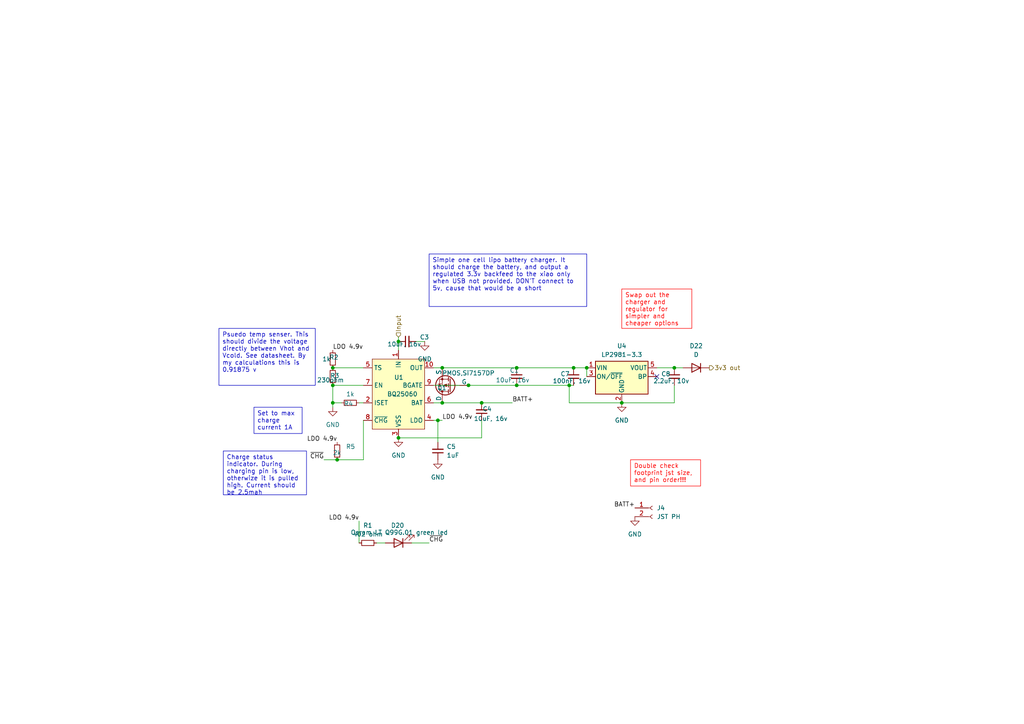
<source format=kicad_sch>
(kicad_sch (version 20231120) (generator "eeschema") (generator_version "8.0")
  (paper "A4")
  (lib_symbols
    (symbol "Connector:Conn_01x02_Socket" (pin_names (offset 1.016) hide)
      (property "Reference" "J" (at 0 2.54 0))
      (property "Value" "Conn_01x02_Socket" (at 0 -5.08 0))
      (symbol "Conn_01x02_Socket_1_1"
        (arc (start 0 -2.032) (mid -0.5058 -2.54) (end 0 -3.048) (stroke (width 0.1524)))
        (polyline (pts (xy -1.27 -2.54) (xy -0.508 -2.54)) (stroke (width 0.1524)))
        (polyline (pts (xy -1.27 0) (xy -0.508 0)) (stroke (width 0.1524)))
        (arc (start 0 0.508) (mid -0.5058 0) (end 0 -0.508) (stroke (width 0.1524)))
        (pin passive line (at -5.08 0 0) (length 3.81) (name "Pin_1") (number "1"))
        (pin passive line (at -5.08 -2.54 0) (length 3.81) (name "Pin_2") (number "2"))
      )
    )
    (symbol "Device:C_Small" (pin_numbers hide) (pin_names (offset 0.254) hide)
      (property "Reference" "C" (at 0.254 1.778 0))
      (property "Value" "C_Small" (at 0.254 -2.032 0))
      (symbol "C_Small_0_1"
        (polyline (pts (xy -1.524 -0.508) (xy 1.524 -0.508)) (stroke (width 0.3302)))
        (polyline (pts (xy -1.524 0.508) (xy 1.524 0.508)) (stroke (width 0.3048)))
      )
      (symbol "C_Small_1_1"
        (pin passive line (at 0 2.54 270) (length 2.032) (name "~") (number "1"))
        (pin passive line (at 0 -2.54 90) (length 2.032) (name "~") (number "2"))
      )
    )
    (symbol "Device:D" (pin_numbers hide) (pin_names (offset 1.016) hide)
      (property "Reference" "D" (at 0 2.54 0))
      (property "Value" "D" (at 0 -2.54 0))
      (symbol "D_0_1"
        (polyline (pts (xy -1.27 1.27) (xy -1.27 -1.27)) (stroke (width 0.254)))
        (polyline (pts (xy 1.27 0) (xy -1.27 0)))
        (polyline (pts (xy 1.27 1.27) (xy 1.27 -1.27) (xy -1.27 0) (xy 1.27 1.27)) (stroke (width 0.254)))
      )
      (symbol "D_1_1"
        (pin passive line (at -3.81 0 0) (length 2.54) (name "K") (number "1"))
        (pin passive line (at 3.81 0 180) (length 2.54) (name "A") (number "2"))
      )
    )
    (symbol "Device:LED" (pin_numbers hide) (pin_names (offset 1.016) hide)
      (property "Reference" "D" (at 0 2.54 0))
      (property "Value" "LED" (at 0 -2.54 0))
      (symbol "LED_0_1"
        (polyline (pts (xy -1.27 -1.27) (xy -1.27 1.27)) (stroke (width 0.254)))
        (polyline (pts (xy -1.27 0) (xy 1.27 0)))
        (polyline (pts (xy 1.27 -1.27) (xy 1.27 1.27) (xy -1.27 0) (xy 1.27 -1.27)) (stroke (width 0.254)))
        (polyline (pts (xy -3.048 -0.762) (xy -4.572 -2.286) (xy -3.81 -2.286) (xy -4.572 -2.286) (xy -4.572 -1.524)))
        (polyline (pts (xy -1.778 -0.762) (xy -3.302 -2.286) (xy -2.54 -2.286) (xy -3.302 -2.286) (xy -3.302 -1.524)))
      )
      (symbol "LED_1_1"
        (pin passive line (at -3.81 0 0) (length 2.54) (name "K") (number "1"))
        (pin passive line (at 3.81 0 180) (length 2.54) (name "A") (number "2"))
      )
    )
    (symbol "Device:R_Small" (pin_numbers hide) (pin_names (offset 0.254) hide)
      (property "Reference" "R" (at 0.762 0.508 0))
      (property "Value" "R_Small" (at 0.762 -1.016 0))
      (symbol "R_Small_0_1"
        (rectangle (start -0.762 1.778) (end 0.762 -1.778) (stroke (width 0.2032)))
      )
      (symbol "R_Small_1_1"
        (pin passive line (at 0 2.54 270) (length 0.762) (name "~") (number "1"))
        (pin passive line (at 0 -2.54 90) (length 0.762) (name "~") (number "2"))
      )
    )
    (symbol "Regulator_Linear:LP2985-3.3" (pin_names (offset 0.254))
      (property "Reference" "U" (at -6.35 5.715 0))
      (property "Value" "LP2985-3.3" (at 0 5.715 0))
      (symbol "LP2985-3.3_0_1"
        (rectangle (start -7.62 -5.08) (end 7.62 4.445) (stroke (width 0.254)) (fill (type background)))
      )
      (symbol "LP2985-3.3_1_1"
        (pin power_in line (at -10.16 2.54 0) (length 2.54) (name "VIN") (number "1"))
        (pin power_in line (at 0 -7.62 90) (length 2.54) (name "GND") (number "2"))
        (pin input line (at -10.16 0 0) (length 2.54) (name "ON/~{OFF}") (number "3"))
        (pin input line (at 10.16 0 180) (length 2.54) (name "BP") (number "4"))
        (pin power_out line (at 10.16 2.54 180) (length 2.54) (name "VOUT") (number "5"))
      )
    )
    (symbol "Simulation_SPICE:PMOS" (pin_numbers hide) (pin_names (offset 0))
      (property "Reference" "Q1" (at 1.27 0.762 0))
      (property "Value" "PMOS, TPH1R712MDL1Q" (at -4.318 -1.778 0))
      (symbol "PMOS_0_1"
        (polyline (pts (xy 0.254 0) (xy -2.54 0)))
        (polyline (pts (xy 0.254 1.905) (xy 0.254 -1.905)) (stroke (width 0.254)))
        (polyline (pts (xy 0.762 -1.27) (xy 0.762 -2.286)) (stroke (width 0.254)))
        (polyline (pts (xy 0.762 0.508) (xy 0.762 -0.508)) (stroke (width 0.254)))
        (polyline (pts (xy 0.762 2.286) (xy 0.762 1.27)) (stroke (width 0.254)))
        (polyline (pts (xy 2.54 2.54) (xy 2.54 1.778)))
        (polyline (pts (xy 2.54 -2.54) (xy 2.54 0) (xy 0.762 0)))
        (polyline (pts (xy 0.762 1.778) (xy 3.302 1.778) (xy 3.302 -1.778) (xy 0.762 -1.778)))
        (polyline (pts (xy 2.286 0) (xy 1.27 0.381) (xy 1.27 -0.381) (xy 2.286 0)) (fill (type outline)))
        (polyline (pts (xy 2.794 -0.508) (xy 2.921 -0.381) (xy 3.683 -0.381) (xy 3.81 -0.254)))
        (polyline (pts (xy 3.302 -0.381) (xy 2.921 0.254) (xy 3.683 0.254) (xy 3.302 -0.381)))
        (circle (center 1.651 0) (radius 2.794) (stroke (width 0.254)))
        (circle (center 2.54 -1.778) (radius 0.254) (fill (type outline)))
        (circle (center 2.54 1.778) (radius 0.254) (fill (type outline)))
      )
      (symbol "PMOS_1_1"
        (pin passive line (at 2.54 -5.08 90) (length 2.54) (name "S") (number "1"))
        (pin passive line (at 2.54 -5.08 90) (length 2.54) (name "S") (number "2"))
        (pin passive line (at 2.54 -5.08 90) (length 2.54) (name "S") (number "3"))
        (pin input line (at -5.08 0 0) (length 2.54) (name "G") (number "4"))
        (pin passive line (at 2.54 5.08 270) (length 2.54) (name "D") (number "5"))
      )
    )
    (symbol "custom_Battery_Management:BQ25060"
      (property "Reference" "U" (at -6.35 11.43 0))
      (property "Value" "BQ25060" (at 7.62 11.43 0))
      (symbol "BQ25060_1_1"
        (rectangle (start -7.62 10.16) (end 7.62 -10.16) (fill (type background)))
        (pin power_in line (at 0 12.7 270) (length 2.54) (name "IN") (number "1"))
        (pin power_out line (at 10.16 7.62 180) (length 2.54) (name "OUT") (number "10"))
        (pin passive line (at 0 -12.7 90) (length 2.54) hide (name "VSS") (number "11"))
        (pin input line (at -10.16 -2.54 0) (length 2.54) (name "ISET") (number "2"))
        (pin power_in line (at 0 -12.7 90) (length 2.54) (name "VSS") (number "3"))
        (pin power_out line (at 10.16 -7.62 180) (length 2.54) (name "LDO") (number "4"))
        (pin input line (at -10.16 7.62 0) (length 2.54) (name "TS") (number "5"))
        (pin power_out line (at 10.16 -2.54 180) (length 2.54) (name "BAT") (number "6"))
        (pin input line (at -10.16 2.54 0) (length 2.54) (name "EN") (number "7"))
        (pin open_collector line (at -10.16 -7.62 0) (length 2.54) (name "~{CHG}") (number "8"))
        (pin output line (at 10.16 2.54 180) (length 2.54) (name "BGATE") (number "9"))
      )
    )
    (symbol "power:GND" (power) (pin_numbers hide) (pin_names (offset 0) hide)
      (property "Value" "GND" (at 0 -3.81 0))
      (symbol "GND_0_1"
        (polyline (pts (xy 0 0) (xy 0 -1.27) (xy 1.27 -1.27) (xy 0 -2.54) (xy -1.27 -1.27) (xy 0 -1.27)))
      )
      (symbol "GND_1_1"
        (pin power_in line (at 0 0 270) (length 0) (name "~") (number "1"))
      )
    )
  )
  (junction (at 96.52 106.68))
  (junction (at 149.86 111.76))
  (junction (at 165.1 111.76))
  (junction (at 96.52 116.84))
  (junction (at 180.34 116.84))
  (junction (at 128.27 106.68))
  (junction (at 96.52 111.76))
  (junction (at 139.7 116.84))
  (junction (at 170.18 106.68))
  (junction (at 166.37 106.68))
  (junction (at 149.86 106.68))
  (junction (at 195.58 106.68))
  (junction (at 115.57 99.06))
  (junction (at 127 121.92))
  (junction (at 115.57 127))
  (junction (at 135.89 111.76))
  (junction (at 128.27 116.84))
  (junction (at 97.79 133.35))
  (no_connect (at 190.5 109.22))
  (wire (pts (xy 125.73 111.76) (xy 135.89 111.76)))
  (wire (pts (xy 190.5 106.68) (xy 195.58 106.68)))
  (wire (pts (xy 105.41 133.35) (xy 105.41 121.92)))
  (wire (pts (xy 97.79 133.35) (xy 93.98 133.35)))
  (wire (pts (xy 165.1 111.76) (xy 166.37 111.76)))
  (wire (pts (xy 135.89 111.76) (xy 149.86 111.76)))
  (wire (pts (xy 166.37 106.68) (xy 170.18 106.68)))
  (wire (pts (xy 139.7 116.84) (xy 148.59 116.84)))
  (wire (pts (xy 96.52 116.84) (xy 99.06 116.84)))
  (wire (pts (xy 170.18 106.68) (xy 170.18 109.22)))
  (wire (pts (xy 111.76 157.48) (xy 109.22 157.48)))
  (wire (pts (xy 128.27 106.68) (xy 149.86 106.68)))
  (wire (pts (xy 115.57 99.06) (xy 115.57 101.6)))
  (wire (pts (xy 125.73 116.84) (xy 128.27 116.84)))
  (wire (pts (xy 104.14 151.13) (xy 104.14 157.48)))
  (wire (pts (xy 125.73 106.68) (xy 128.27 106.68)))
  (wire (pts (xy 105.41 111.76) (xy 96.52 111.76)))
  (wire (pts (xy 128.27 116.84) (xy 139.7 116.84)))
  (wire (pts (xy 96.52 106.68) (xy 105.41 106.68)))
  (wire (pts (xy 139.7 121.92) (xy 139.7 127)))
  (wire (pts (xy 115.57 127) (xy 139.7 127)))
  (wire (pts (xy 120.65 99.06) (xy 123.19 99.06)))
  (wire (pts (xy 149.86 106.68) (xy 166.37 106.68)))
  (wire (pts (xy 149.86 111.76) (xy 165.1 111.76)))
  (wire (pts (xy 96.52 116.84) (xy 96.52 118.11)))
  (wire (pts (xy 127 121.92) (xy 127 128.27)))
  (wire (pts (xy 127 121.92) (xy 128.27 121.92)))
  (wire (pts (xy 104.14 116.84) (xy 105.41 116.84)))
  (wire (pts (xy 105.41 133.35) (xy 97.79 133.35)))
  (wire (pts (xy 165.1 116.84) (xy 165.1 111.76)))
  (wire (pts (xy 180.34 116.84) (xy 195.58 116.84)))
  (wire (pts (xy 195.58 111.76) (xy 195.58 116.84)))
  (wire (pts (xy 195.58 106.68) (xy 198.12 106.68)))
  (wire (pts (xy 119.38 157.48) (xy 124.46 157.48)))
  (wire (pts (xy 125.73 121.92) (xy 127 121.92)))
  (wire (pts (xy 115.57 97.79) (xy 115.57 99.06)))
  (wire (pts (xy 96.52 111.76) (xy 96.52 116.84)))
  (wire (pts (xy 165.1 116.84) (xy 180.34 116.84)))
  (text_box "Psuedo temp senser. This should divide the voltage directly between Vhot and Vcold. See datasheet. By my calculations this is 0.91875 v" (at 63.5 95.25 0) (size 27.94 16.51) (effects (font (size 1.27 1.27)) (justify left top)))
  (text_box "Charge status indicator. During charging pin is low, otherwize it is pulled high. Current should be 2.5mah" (at 64.77 130.81 0) (size 24.13 12.7) (effects (font (size 1.27 1.27)) (justify left top)))
  (text_box "Simple one cell lipo battery charger. It should charge the battery, and output a regulated 3.3v backfeed to the xiao only when USB not provided. DON'T connect to 5v, cause that would be a short" (at 124.46 73.66 0) (size 45.72 15.24) (effects (font (size 1.27 1.27)) (justify left top)))
  (text_box "Swap out the charger and regulator for simpler and cheaper options" (at 180.34 83.82 0) (size 20.32 11.43) (stroke (width 0) (color 255 0 0 1)) (effects (font (size 1.27 1.27)) (justify left top)))
  (text_box "Set to max charge current 1A" (at 73.66 118.11 0) (size 13.97 7.62) (effects (font (size 1.27 1.27)) (justify left top)))
  (text_box "Double check footprint jst size, and pin order!!!" (at 182.88 133.35 0) (size 20.32 7.62) (stroke (width 0) (color 255 0 0 1)) (effects (font (size 1.27 1.27)) (justify left top)))
  (label "~{CHG}" (at 124.46 157.48 0))
  (label "~{CHG}" (at 93.98 133.35 180))
  (label "LDO 4.9v" (at 97.79 128.27 180))
  (label "LDO 4.9v" (at 96.52 101.6 0))
  (label "BATT+" (at 148.59 116.84 0))
  (label "LDO 4.9v" (at 128.27 121.92 0))
  (label "BATT+" (at 184.15 147.32 180))
  (label "LDO 4.9v" (at 104.14 151.13 180))
  (hierarchical_label "Input" (shape input) (at 115.57 97.79 90))
  (hierarchical_label "3v3 out" (shape output) (at 205.74 106.68 0))
  (symbol (lib_id "Device:C_Small") (at 195.58 109.22 0) (unit 1)
    (property "Reference" "C8" (at 191.77 108.458 0) (effects (justify left)))
    (property "Value" "2.2uF, 10v" (at 189.484 110.49 0) (effects (justify left)))
    (property "Footprint" "Capacitor_SMD:C_0805_2012Metric" (effects (hide yes)))
    (property "Description" "Unpolarized capacitor, small symbol" (effects (hide yes)))
    (property "LCSC" "C12530" (effects (hide yes)))
  )
  (symbol (lib_id "Device:C_Small") (at 139.7 119.38 180) (unit 1)
    (property "Reference" "C4" (at 139.954 118.618 0) (effects (justify right)))
    (property "Value" "10uF, 16v" (at 137.414 121.412 0) (effects (justify right)))
    (property "Footprint" "Capacitor_SMD:C_0805_2012Metric" (effects (hide yes)))
    (property "Description" "Unpolarized capacitor, small symbol" (effects (hide yes)))
  )
  (symbol (lib_id "Device:C_Small") (at 149.86 109.22 0) (unit 1)
    (property "Reference" "C1" (at 147.828 107.442 0) (effects (justify left)))
    (property "Value" "10uF, 16v" (at 143.764 110.236 0) (effects (justify left)))
    (property "Footprint" "Capacitor_SMD:C_0805_2012Metric" (effects (hide yes)))
    (property "Description" "Unpolarized capacitor, small symbol" (effects (hide yes)))
  )
  (symbol (lib_id "Device:C_Small") (at 166.37 109.22 0) (unit 1)
    (property "Reference" "C7" (at 162.56 108.458 0) (effects (justify left)))
    (property "Value" "100nF, 16v" (at 160.274 110.49 0) (effects (justify left)))
    (property "Footprint" "Capacitor_SMD:C_0805_2012Metric" (effects (hide yes)))
    (property "Description" "Unpolarized capacitor, small symbol" (effects (hide yes)))
    (property "LCSC" "C1525" (effects (hide yes)))
  )
  (symbol (lib_id "Device:R_Small") (at 106.68 157.48 90) (unit 1)
    (property "Reference" "R1" (at 106.68 152.4 90))
    (property "Value" "402 ohm" (at 106.68 154.94 90))
    (property "Footprint" "Resistor_SMD:R_0805_2012Metric" (effects (hide yes)))
    (property "Description" "Resistor, small symbol" (effects (hide yes)))
  )
  (symbol (lib_id "power:GND") (at 127 133.35 0) (unit 1)
    (property "Reference" "#PWR017" (effects (hide yes)))
    (property "Value" "GND" (at 127 138.43 0))
    (property "Description" "Power symbol creates a global label with name \"GND\" , ground" (effects (hide yes)))
  )
  (symbol (lib_id "Device:R_Small") (at 97.79 130.81 180) (unit 1)
    (property "Reference" "R5" (at 100.33 129.5399 0) (effects (justify right)))
    (property "Value" "2k" (at 96.52 131.318 0) (effects (justify right)))
    (property "Footprint" "Resistor_SMD:R_0805_2012Metric" (effects (hide yes)))
    (property "Description" "Resistor, small symbol" (effects (hide yes)))
  )
  (symbol (lib_id "Device:R_Small") (at 96.52 109.22 0) (unit 1)
    (property "Reference" "R3" (at 95.758 108.966 0) (effects (justify left)))
    (property "Value" "230ohm" (at 91.948 110.236 0) (effects (justify left)))
    (property "Footprint" "Resistor_SMD:R_0805_2012Metric" (effects (hide yes)))
    (property "Description" "Resistor, small symbol" (effects (hide yes)))
  )
  (symbol (lib_id "power:GND") (at 96.52 118.11 0) (unit 1)
    (property "Reference" "#PWR021" (effects (hide yes)))
    (property "Value" "GND" (at 96.52 123.19 0))
    (property "Description" "Power symbol creates a global label with name \"GND\" , ground" (effects (hide yes)))
  )
  (symbol (lib_id "Connector:Conn_01x02_Socket") (at 189.23 147.32 0) (unit 1)
    (property "Reference" "J4" (at 190.5 147.3199 0) (effects (justify left)))
    (property "Value" "JST PH" (at 190.5 149.8599 0) (effects (justify left)))
    (property "Footprint" "Connector_JST:JST_PH_S2B-PH-SM4-TB_1x02-1MP_P2.00mm_Horizontal" (effects (hide yes)))
    (property "Description" "Generic connector, single row, 01x02, script generated" (effects (hide yes)))
  )
  (symbol (lib_id "Device:D") (at 201.93 106.68 180) (unit 1)
    (property "Reference" "D22" (at 201.93 100.33 0))
    (property "Value" "D" (at 201.93 102.87 0))
    (property "Footprint" "Diode_SMD:D_0805_2012Metric" (effects (hide yes)))
    (property "Description" "Diode" (effects (hide yes)))
    (property "Sim.Device" "D" (effects (hide yes)))
    (property "Sim.Pins" "1=K 2=A" (effects (hide yes)))
  )
  (symbol (lib_id "Device:C_Small") (at 127 130.81 180) (unit 1)
    (property "Reference" "C5" (at 129.54 129.5335 0) (effects (justify right)))
    (property "Value" "1uF" (at 129.54 132.0735 0) (effects (justify right)))
    (property "Footprint" "Capacitor_SMD:C_0805_2012Metric" (effects (hide yes)))
    (property "Description" "Unpolarized capacitor, small symbol" (effects (hide yes)))
  )
  (symbol (lib_id "power:GND") (at 115.57 127 0) (unit 1)
    (property "Reference" "#PWR020" (effects (hide yes)))
    (property "Value" "GND" (at 115.57 132.08 0))
    (property "Description" "Power symbol creates a global label with name \"GND\" , ground" (effects (hide yes)))
  )
  (symbol (lib_id "power:GND") (at 184.15 149.86 0) (unit 1)
    (property "Reference" "#PWR025" (effects (hide yes)))
    (property "Value" "GND" (at 184.15 154.94 0))
    (property "Description" "Power symbol creates a global label with name \"GND\" , ground" (effects (hide yes)))
  )
  (symbol (lib_id "Device:R_Small") (at 96.52 104.14 0) (unit 1)
    (property "Reference" "R2" (at 95.504 103.632 0) (effects (justify left)))
    (property "Value" "1k" (at 93.472 104.14 0) (effects (justify left)))
    (property "Footprint" "Resistor_SMD:R_0805_2012Metric" (effects (hide yes)))
    (property "Description" "Resistor, small symbol" (effects (hide yes)))
  )
  (symbol (lib_id "Device:C_Small") (at 118.11 99.06 90) (unit 1)
    (property "Reference" "C3" (at 124.46 97.79 90) (effects (justify left)))
    (property "Value" "10uF, 16v" (at 122.174 99.822 90) (effects (justify left)))
    (property "Footprint" "Capacitor_SMD:C_0805_2012Metric" (effects (hide yes)))
    (property "Description" "Unpolarized capacitor, small symbol" (effects (hide yes)))
  )
  (symbol (lib_id "Simulation_SPICE:PMOS") (at 130.81 111.76 180) (unit 1)
    (property "Reference" "Q1" (at 129.54 112.522 0) (effects (justify left)))
    (property "Value" "PMOS,Si7157DP" (at 143.51 108.204 0) (effects (justify left)))
    (property "Footprint" "Package_DFN_QFN:PQFN-8-EP_6x5mm_P1.27mm_Generic" (effects (hide yes)))
    (property "Datasheet" "https://ngspice.sourceforge.io/docs/ngspice-html-manual/manual.xhtml#cha_MOSFETs" (effects (hide yes)))
    (property "Description" "P-MOSFET transistor, TPH1R712MD,L1Q " (effects (hide yes)))
    (property "Sim.Device" "PMOS" (effects (hide yes)))
    (property "Sim.Type" "VDMOS" (effects (hide yes)))
    (property "Sim.Pins" "1,2,3=S 4=G 5=D" (effects (hide yes)))
  )
  (symbol (lib_id "custom_Battery_Management:BQ25060") (at 115.57 114.3 0) (unit 1)
    (property "Reference" "U1" (at 114.3 109.474 0) (effects (justify left)))
    (property "Value" "BQ25060" (at 112.268 114.3 0) (effects (justify left)))
    (property "Footprint" "custom_Power:WSON-10-1EP_2x3mm_P0.5mm_EP0.84x2.4mm_ThermalVias_0.3mm" (effects (hide yes)))
    (property "Datasheet" "https://www.ti.com/lit/ds/symlink/bq25060.pdf" (effects (hide yes)))
    (property "Description" "1A, Single-Input, Single Cell Li-Ion Battery Charger with 50-mA LDO, and External Power Path Control" (effects (hide yes)))
  )
  (symbol (lib_id "Regulator_Linear:LP2985-3.3") (at 180.34 109.22 0) (unit 1)
    (property "Reference" "U4" (at 180.34 100.33 0))
    (property "Value" "LP2981-3.3" (at 180.34 102.87 0))
    (property "Footprint" "Package_TO_SOT_SMD:SOT-23-5" (effects (hide yes)))
    (property "Datasheet" "http://www.ti.com/lit/ds/symlink/lp2981.pdf" (effects (hide yes)))
    (property "Description" "150mA 16V Low-noise Low-dropout Regulator With Shutdown, 3.3V output voltage, SOT-23-5" (effects (hide yes)))
    (property "LCSC" "C129997" (effects (hide yes)))
  )
  (symbol (lib_id "Device:LED") (at 115.57 157.48 180) (unit 1)
    (property "Reference" "D20" (at 115.316 152.4 0))
    (property "Value" "Osram LT Q99G.01 green led" (at 115.824 154.432 0))
    (property "Footprint" "LED_SMD:LED_0603_1608Metric_Pad1.05x0.95mm_HandSolder" (effects (hide yes)))
    (property "Description" "Light emitting diode" (effects (hide yes)))
  )
  (symbol (lib_id "Device:R_Small") (at 101.6 116.84 90) (unit 1)
    (property "Reference" "R4" (at 101.092 117.094 90))
    (property "Value" "1k" (at 101.6 114.3 90))
    (property "Footprint" "Resistor_SMD:R_0805_2012Metric" (effects (hide yes)))
    (property "Description" "Resistor, small symbol" (effects (hide yes)))
  )
  (symbol (lib_id "power:GND") (at 123.19 99.06 0) (unit 1)
    (property "Reference" "#PWR022" (effects (hide yes)))
    (property "Value" "GND" (at 123.19 104.14 0))
    (property "Description" "Power symbol creates a global label with name \"GND\" , ground" (effects (hide yes)))
  )
  (symbol (lib_id "power:GND") (at 180.34 116.84 0) (unit 1)
    (property "Reference" "#PWR019" (effects (hide yes)))
    (property "Value" "GND" (at 180.34 121.92 0))
    (property "Description" "Power symbol creates a global label with name \"GND\" , ground" (effects (hide yes)))
  )
)
</source>
